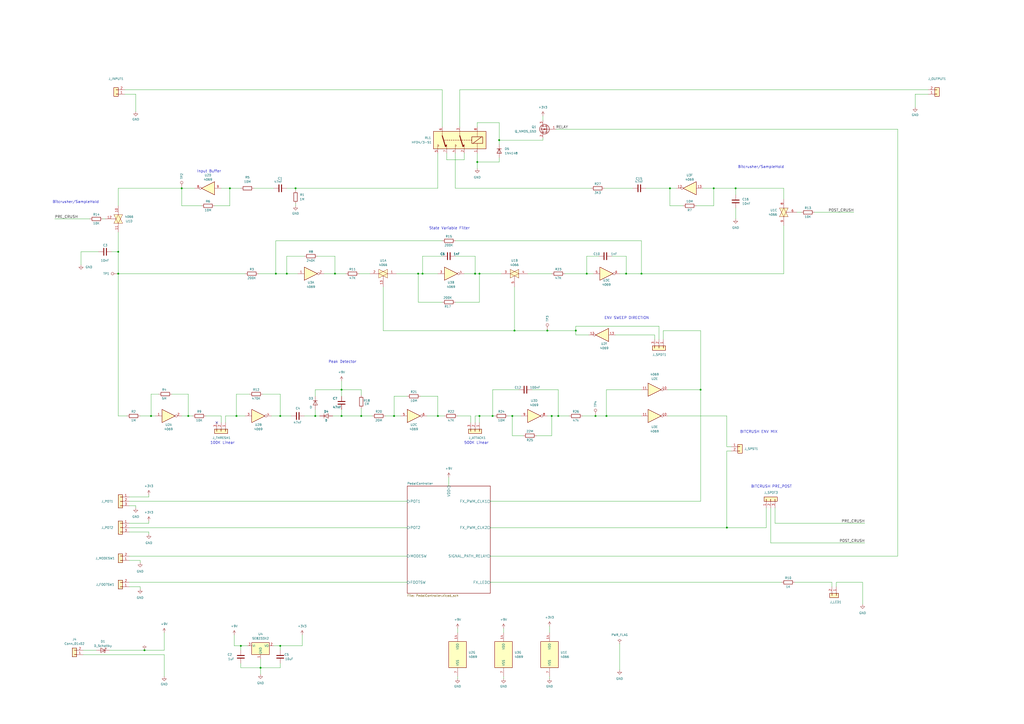
<source format=kicad_sch>
(kicad_sch (version 20211123) (generator eeschema)
  (paper "A2")
  (title_block (title "ENVELOPE THRESHER") (rev "R2") (comment 1 "4) Added Defibrilator mode (oscilator control)") (comment 2 "3) Added LO/HI bandwidth selecter") (comment 3 "2) Add low pass filter for EQ") (comment 4 "1) Added active filter for envelope attack"))
  (lib_symbols
    (symbol "4xxx:4066" (pin_names (offset 1.016))
      (property "Reference" "U" (at -7.62 8.89 0))
      (property "Value" "4066" (at -7.62 -8.89 0))
      (symbol "4066_1_0"
        (pin passive line (at -7.62 0 0) (length 5.08) (name "~") (number "1"))
        (pin input line (at 0 7.62 270) (length 5.08) (name "~") (number "13"))
        (pin passive line (at 7.62 0 180) (length 5.08) (name "~") (number "2"))
      )
      (symbol "4066_2_0"
        (pin passive line (at 7.62 0 180) (length 5.08) (name "~") (number "3"))
        (pin passive line (at -7.62 0 0) (length 5.08) (name "~") (number "4"))
        (pin input line (at 0 7.62 270) (length 5.08) (name "~") (number "5"))
      )
      (symbol "4066_3_0"
        (pin input line (at 0 7.62 270) (length 5.08) (name "~") (number "6"))
        (pin passive line (at -7.62 0 0) (length 5.08) (name "~") (number "8"))
        (pin passive line (at 7.62 0 180) (length 5.08) (name "~") (number "9"))
      )
      (symbol "4066_4_0"
        (pin passive line (at 7.62 0 180) (length 5.08) (name "~") (number "10"))
        (pin passive line (at -7.62 0 0) (length 5.08) (name "~") (number "11"))
        (pin input line (at 0 7.62 270) (length 5.08) (name "~") (number "12"))
      )
      (symbol "4066_5_0"
        (pin power_in line (at 0 12.7 270) (length 5.08) (name "VDD") (number "14"))
        (pin power_in line (at 0 -12.7 90) (length 5.08) (name "VSS") (number "7"))
      )
    )
    (symbol "4xxx:4069" (pin_names (offset 1.016))
      (property "Reference" "U" (at 0 1.27 0))
      (property "Value" "4069" (at 0 -1.27 0))
      (symbol "4069_1_0"
        (pin input line (at -7.62 0 0) (length 3.81) (name "~") (number "1"))
        (pin output inverted (at 7.62 0 180) (length 3.81) (name "~") (number "2"))
      )
      (symbol "4069_2_0"
        (pin input line (at -7.62 0 0) (length 3.81) (name "~") (number "3"))
        (pin output inverted (at 7.62 0 180) (length 3.81) (name "~") (number "4"))
      )
      (symbol "4069_3_0"
        (pin input line (at -7.62 0 0) (length 3.81) (name "~") (number "5"))
        (pin output inverted (at 7.62 0 180) (length 3.81) (name "~") (number "6"))
      )
      (symbol "4069_4_0"
        (pin output inverted (at 7.62 0 180) (length 3.81) (name "~") (number "8"))
        (pin input line (at -7.62 0 0) (length 3.81) (name "~") (number "9"))
      )
      (symbol "4069_5_0"
        (pin output inverted (at 7.62 0 180) (length 3.81) (name "~") (number "10"))
        (pin input line (at -7.62 0 0) (length 3.81) (name "~") (number "11"))
      )
      (symbol "4069_6_0"
        (pin output inverted (at 7.62 0 180) (length 3.81) (name "~") (number "12"))
        (pin input line (at -7.62 0 0) (length 3.81) (name "~") (number "13"))
      )
      (symbol "4069_7_0"
        (pin power_in line (at 0 12.7 270) (length 5.08) (name "VDD") (number "14"))
        (pin power_in line (at 0 -12.7 90) (length 5.08) (name "VSS") (number "7"))
      )
    )
    (symbol "Connector:TestPoint" (pin_numbers hide) (pin_names (offset 0.762) hide)
      (property "Reference" "TP" (at 0 6.858 0))
      (property "Value" "TestPoint" (at 0 5.08 0))
      (symbol "TestPoint_1_1"
        (pin passive line (at 0 0 90) (length 2.54) (name "1") (number "1"))
      )
    )
    (symbol "Connector_Generic:Conn_01x02" (pin_names (offset 1.016) hide)
      (property "Reference" "J" (at 0 2.54 0))
      (property "Value" "Conn_01x02" (at 0 -5.08 0))
      (symbol "Conn_01x02_1_1"
        (pin passive line (at -5.08 0 0) (length 3.81) (name "Pin_1") (number "1"))
        (pin passive line (at -5.08 -2.54 0) (length 3.81) (name "Pin_2") (number "2"))
      )
    )
    (symbol "Connector_Generic:Conn_01x03" (pin_names (offset 1.016) hide)
      (property "Reference" "J" (at 0 5.08 0))
      (property "Value" "Conn_01x03" (at 0 -5.08 0))
      (symbol "Conn_01x03_1_1"
        (pin passive line (at -5.08 2.54 0) (length 3.81) (name "Pin_1") (number "1"))
        (pin passive line (at -5.08 0 0) (length 3.81) (name "Pin_2") (number "2"))
        (pin passive line (at -5.08 -2.54 0) (length 3.81) (name "Pin_3") (number "3"))
      )
    )
    (symbol "Device:C" (pin_numbers hide) (pin_names (offset 0.254))
      (property "Reference" "C" (at 0.635 2.54 0))
      (property "Value" "C" (at 0.635 -2.54 0))
      (symbol "C_1_1"
        (pin passive line (at 0 3.81 270) (length 2.794) (name "~") (number "1"))
        (pin passive line (at 0 -3.81 90) (length 2.794) (name "~") (number "2"))
      )
    )
    (symbol "Device:D" (pin_numbers hide) (pin_names (offset 1.016) hide)
      (property "Reference" "D" (at 0 2.54 0))
      (property "Value" "D" (at 0 -2.54 0))
      (symbol "D_1_1"
        (pin passive line (at -3.81 0 0) (length 2.54) (name "K") (number "1"))
        (pin passive line (at 3.81 0 180) (length 2.54) (name "A") (number "2"))
      )
    )
    (symbol "Device:Q_NMOS_GSD" (pin_names (offset 0) hide)
      (property "Reference" "Q" (at 5.08 1.27 0))
      (property "Value" "Q_NMOS_GSD" (at 5.08 -1.27 0))
      (symbol "Q_NMOS_GSD_1_1"
        (pin input line (at -5.08 0 0) (length 2.54) (name "G") (number "1"))
        (pin passive line (at 2.54 -5.08 90) (length 2.54) (name "S") (number "2"))
        (pin passive line (at 2.54 5.08 270) (length 2.54) (name "D") (number "3"))
      )
    )
    (symbol "Device:R" (pin_numbers hide) (pin_names (offset 0))
      (property "Reference" "R" (at 2.032 0 90))
      (property "Value" "R" (at 0 0 90))
      (symbol "R_1_1"
        (pin passive line (at 0 3.81 270) (length 1.27) (name "~") (number "1"))
        (pin passive line (at 0 -3.81 90) (length 1.27) (name "~") (number "2"))
      )
    )
    (symbol "MXR_EnvelopeFilter-rescue:C" (pin_numbers hide) (pin_names (offset 0.254))
      (property "Reference" "C" (at 0.635 2.54 0))
      (property "Value" "C" (at 0.635 -2.54 0))
      (symbol "C_1_1"
        (pin passive line (at 0 3.81 270) (length 2.794) (name "~") (number "1"))
        (pin passive line (at 0 -3.81 90) (length 2.794) (name "~") (number "2"))
      )
    )
    (symbol "MXR_EnvelopeFilter-rescue:D" (pin_numbers hide) (pin_names (offset 1.016) hide)
      (property "Reference" "D" (at 0 2.54 0))
      (property "Value" "D" (at 0 -2.54 0))
      (symbol "D_1_1"
        (pin passive line (at -3.81 0 0) (length 2.54) (name "K") (number "1"))
        (pin passive line (at 3.81 0 180) (length 2.54) (name "A") (number "2"))
      )
    )
    (symbol "MXR_EnvelopeFilter-rescue:D_Schottky" (pin_numbers hide) (pin_names (offset 1.016) hide)
      (property "Reference" "D" (at 0 2.54 0))
      (property "Value" "D_Schottky" (at 0 -2.54 0))
      (symbol "D_Schottky_1_1"
        (pin passive line (at -3.81 0 0) (length 2.54) (name "K") (number "1"))
        (pin passive line (at 3.81 0 180) (length 2.54) (name "A") (number "2"))
      )
    )
    (symbol "MXR_EnvelopeFilter-rescue:R" (pin_numbers hide) (pin_names (offset 0))
      (property "Reference" "R" (at 2.032 0 90))
      (property "Value" "R" (at 0 0 90))
      (symbol "R_1_1"
        (pin passive line (at 0 3.81 270) (length 1.27) (name "~") (number "1"))
        (pin passive line (at 0 -3.81 90) (length 1.27) (name "~") (number "2"))
      )
    )
    (symbol "Regulator_Linear:MCP1700-3302E_SOT23" (pin_names (offset 0.254))
      (property "Reference" "U" (at -3.81 3.175 0))
      (property "Value" "MCP1700-3302E_SOT23" (at 0 3.175 0))
      (symbol "MCP1700-3302E_SOT23_1_1"
        (pin power_in line (at 0 -7.62 90) (length 2.54) (name "GND") (number "1"))
        (pin power_out line (at 7.62 0 180) (length 2.54) (name "VO") (number "2"))
        (pin power_in line (at -7.62 0 0) (length 2.54) (name "VI") (number "3"))
      )
    )
    (symbol "Relay:G2RL-2-ASI-DC5"
      (property "Reference" "RL" (at 16.51 3.81 0))
      (property "Value" "G2RL-2-ASI-DC5" (at 16.51 1.27 0))
      (symbol "G2RL-2-ASI-DC5_1_1"
        (pin passive line (at -10.16 7.62 270) (length 2.54) (name "~") (number "1"))
        (pin passive line (at -2.54 7.62 270) (length 2.54) (name "~") (number "2"))
        (pin passive line (at 0 -7.62 90) (length 2.54) (name "~") (number "3"))
        (pin passive line (at 2.54 7.62 270) (length 2.54) (name "~") (number "4"))
        (pin passive line (at 12.7 7.62 270) (length 2.54) (name "~") (number "5"))
        (pin passive line (at 10.16 -7.62 90) (length 2.54) (name "~") (number "6"))
        (pin passive line (at 7.62 7.62 270) (length 2.54) (name "~") (number "7"))
        (pin passive line (at -10.16 -7.62 90) (length 2.54) (name "~") (number "8"))
      )
    )
    (symbol "power:+3.3V" (power) (pin_names (offset 0))
      (property "Value" "+3.3V" (at 0 3.556 0))
      (symbol "+3.3V_1_1"
        (pin power_in line (at 0 0 90) (length 0) hide (name "+3V3") (number "1"))
      )
    )
    (symbol "power:+9V" (power) (pin_names (offset 0))
      (property "Value" "+9V" (at 0 3.556 0))
      (symbol "+9V_1_1"
        (pin power_in line (at 0 0 90) (length 0) hide (name "+9V") (number "1"))
      )
    )
    (symbol "power:GND" (power) (pin_names (offset 0))
      (property "Value" "GND" (at 0 -3.81 0))
      (symbol "GND_1_1"
        (pin power_in line (at 0 0 270) (length 0) hide (name "GND") (number "1"))
      )
    )
    (symbol "power:PWR_FLAG" (power) (pin_numbers hide) (pin_names (offset 0) hide)
      (property "Value" "PWR_FLAG" (at 0 3.81 0))
      (symbol "PWR_FLAG_0_0"
        (pin power_out line (at 0 0 90) (length 0) (name "pwr") (number "1"))
      )
    )
  )
  (junction (at 289.56 81.28))
  (junction (at 105.41 109.22))
  (junction (at 276.86 93.98))
  (junction (at 198.12 226.06))
  (junction (at 421.64 306.07))
  (junction (at 133.35 109.22))
  (junction (at 278.13 241.3))
  (junction (at 68.58 146.05))
  (junction (at 87.63 241.3))
  (junction (at 351.79 241.3))
  (junction (at 198.12 241.3))
  (junction (at 345.44 241.3))
  (junction (at 320.04 241.3))
  (junction (at 245.11 158.75))
  (junction (at 340.36 158.75))
  (junction (at 182.88 241.3))
  (junction (at 228.6 241.3))
  (junction (at 426.72 109.22))
  (junction (at 388.62 109.22))
  (junction (at 372.11 158.75))
  (junction (at 171.45 109.22))
  (junction (at 242.57 158.75))
  (junction (at 298.45 191.77))
  (junction (at 162.56 241.3))
  (junction (at 160.02 158.75))
  (junction (at 194.31 158.75))
  (junction (at 151.13 387.35))
  (junction (at 209.55 241.3))
  (junction (at 166.37 158.75))
  (junction (at 414.02 109.22))
  (junction (at 406.4 226.06))
  (junction (at 297.18 241.3))
  (junction (at 137.16 241.3))
  (junction (at 323.85 241.3))
  (junction (at 83.82 377.19))
  (junction (at 363.22 158.75))
  (junction (at 317.5 191.77))
  (junction (at 278.13 158.75))
  (junction (at 275.59 158.75))
  (junction (at 109.22 241.3))
  (junction (at 139.7 374.65))
  (junction (at 334.01 191.77))
  (junction (at 254 241.3))
  (junction (at 285.75 241.3))
  (junction (at 162.56 374.65))
  (junction (at 68.58 158.75))
  (no_connect (at 125.73 245.11))
  (wire (pts (xy 86.36 302.26) (xy 86.36 303.53)))
  (wire (pts (xy 81.28 325.12) (xy 81.28 326.39)))
  (wire (pts (xy 354.965 148.59) (xy 363.22 148.59)))
  (wire (pts (xy 139.7 374.65) (xy 135.89 374.65)))
  (wire (pts (xy 162.56 241.3) (xy 168.91 241.3)))
  (wire (pts (xy 87.63 228.6) (xy 92.075 228.6)))
  (wire (pts (xy 447.04 314.96) (xy 501.65 314.96)))
  (wire (pts (xy 48.26 377.19) (xy 55.88 377.19)))
  (wire (pts (xy 337.82 241.3) (xy 345.44 241.3)))
  (wire (pts (xy 187.96 158.75) (xy 194.31 158.75)))
  (wire (pts (xy 289.56 83.82) (xy 289.56 81.28)))
  (wire (pts (xy 74.93 322.58) (xy 236.22 322.58)))
  (wire (pts (xy 245.11 148.59) (xy 256.54 148.59)))
  (wire (pts (xy 223.52 241.3) (xy 228.6 241.3)))
  (wire (pts (xy 222.25 191.77) (xy 298.45 191.77)))
  (wire (pts (xy 322.58 74.93) (xy 520.7 74.93)))
  (wire (pts (xy 209.55 226.06) (xy 209.55 229.235)))
  (wire (pts (xy 68.58 146.05) (xy 64.77 146.05)))
  (wire (pts (xy 209.55 241.3) (xy 215.9 241.3)))
  (wire (pts (xy 228.6 241.3) (xy 232.41 241.3)))
  (wire (pts (xy 482.6 337.82) (xy 482.6 340.36)))
  (wire (pts (xy 314.96 80.01) (xy 314.96 81.28)))
  (wire (pts (xy 229.87 158.75) (xy 242.57 158.75)))
  (wire (pts (xy 276.86 88.9) (xy 276.86 93.98)))
  (wire (pts (xy 74.93 303.53) (xy 86.36 303.53)))
  (wire (pts (xy 86.36 287.02) (xy 86.36 288.29)))
  (wire (pts (xy 318.77 367.03) (xy 318.77 363.22)))
  (wire (pts (xy 363.22 158.75) (xy 372.11 158.75)))
  (wire (pts (xy 289.56 81.28) (xy 289.56 71.12)))
  (wire (pts (xy 285.75 241.3) (xy 285.75 226.06)))
  (wire (pts (xy 396.24 119.38) (xy 388.62 119.38)))
  (wire (pts (xy 294.64 241.3) (xy 297.18 241.3)))
  (wire (pts (xy 421.64 306.07) (xy 444.5 306.07)))
  (wire (pts (xy 407.67 109.22) (xy 414.02 109.22)))
  (wire (pts (xy 171.45 109.22) (xy 166.37 109.22)))
  (wire (pts (xy 109.22 241.3) (xy 111.76 241.3)))
  (wire (pts (xy 78.74 293.37) (xy 78.74 294.64)))
  (wire (pts (xy 406.4 191.77) (xy 406.4 226.06)))
  (wire (pts (xy 74.93 308.61) (xy 86.36 308.61)))
  (wire (pts (xy 162.56 374.65) (xy 162.56 377.19)))
  (wire (pts (xy 256.54 175.26) (xy 242.57 175.26)))
  (wire (pts (xy 372.11 158.75) (xy 454.66 158.75)))
  (wire (pts (xy 374.65 109.22) (xy 388.62 109.22)))
  (wire (pts (xy 247.65 241.3) (xy 254 241.3)))
  (wire (pts (xy 160.02 158.75) (xy 166.37 158.75)))
  (wire (pts (xy 166.37 148.59) (xy 166.37 158.75)))
  (wire (pts (xy 320.04 252.73) (xy 320.04 241.3)))
  (wire (pts (xy 424.18 259.08) (xy 421.64 259.08)))
  (wire (pts (xy 151.13 387.35) (xy 162.56 387.35)))
  (wire (pts (xy 351.79 226.06) (xy 372.11 226.06)))
  (wire (pts (xy 388.62 119.38) (xy 388.62 109.22)))
  (wire (pts (xy 254 241.3) (xy 254 229.87)))
  (wire (pts (xy 297.18 241.3) (xy 297.18 252.73)))
  (wire (pts (xy 284.48 306.07) (xy 421.64 306.07)))
  (wire (pts (xy 254 88.9) (xy 254 109.22)))
  (wire (pts (xy 292.1 364.49) (xy 292.1 367.03)))
  (wire (pts (xy 144.78 228.6) (xy 137.16 228.6)))
  (wire (pts (xy 116.84 119.38) (xy 105.41 119.38)))
  (wire (pts (xy 318.77 392.43) (xy 318.77 393.7)))
  (wire (pts (xy 198.12 241.3) (xy 209.55 241.3)))
  (wire (pts (xy 74.93 337.82) (xy 236.22 337.82)))
  (wire (pts (xy 74.93 288.29) (xy 86.36 288.29)))
  (wire (pts (xy 363.22 148.59) (xy 363.22 158.75)))
  (wire (pts (xy 68.58 158.75) (xy 142.24 158.75)))
  (wire (pts (xy 317.5 191.77) (xy 334.01 191.77)))
  (wire (pts (xy 426.72 109.22) (xy 426.72 113.03)))
  (wire (pts (xy 367.03 109.22) (xy 350.52 109.22)))
  (wire (pts (xy 495.3 123.19) (xy 472.44 123.19)))
  (wire (pts (xy 406.4 226.06) (xy 406.4 290.83)))
  (wire (pts (xy 266.7 52.07) (xy 266.7 73.66)))
  (wire (pts (xy 334.01 189.23) (xy 334.01 191.77)))
  (wire (pts (xy 135.89 368.3) (xy 135.89 374.65)))
  (wire (pts (xy 254 241.3) (xy 257.81 241.3)))
  (wire (pts (xy 133.35 119.38) (xy 133.35 109.22)))
  (wire (pts (xy 95.25 367.03) (xy 95.25 377.19)))
  (wire (pts (xy 171.45 110.49) (xy 171.45 109.22)))
  (wire (pts (xy 176.53 241.3) (xy 182.88 241.3)))
  (wire (pts (xy 485.14 337.82) (xy 500.38 337.82)))
  (wire (pts (xy 323.85 241.3) (xy 330.2 241.3)))
  (wire (pts (xy 403.86 119.38) (xy 414.02 119.38)))
  (wire (pts (xy 323.85 226.06) (xy 308.61 226.06)))
  (wire (pts (xy 372.11 139.7) (xy 372.11 158.75)))
  (wire (pts (xy 166.37 148.59) (xy 176.53 148.59)))
  (wire (pts (xy 289.56 91.44) (xy 289.56 93.98)))
  (wire (pts (xy 182.88 241.3) (xy 185.42 241.3)))
  (wire (pts (xy 72.39 52.07) (xy 256.54 52.07)))
  (wire (pts (xy 359.41 158.75) (xy 363.22 158.75)))
  (wire (pts (xy 139.7 384.81) (xy 139.7 387.35)))
  (wire (pts (xy 130.81 245.11) (xy 130.81 241.3)))
  (wire (pts (xy 275.59 158.75) (xy 278.13 158.75)))
  (wire (pts (xy 314.96 67.31) (xy 314.96 69.85)))
  (wire (pts (xy 149.86 158.75) (xy 160.02 158.75)))
  (wire (pts (xy 500.38 337.82) (xy 500.38 350.52)))
  (wire (pts (xy 198.12 226.06) (xy 198.12 220.98)))
  (wire (pts (xy 340.36 158.75) (xy 344.17 158.75)))
  (wire (pts (xy 243.84 229.87) (xy 254 229.87)))
  (wire (pts (xy 259.08 92.71) (xy 269.24 92.71)))
  (wire (pts (xy 278.13 241.3) (xy 278.13 245.11)))
  (wire (pts (xy 520.7 74.93) (xy 520.7 322.58)))
  (wire (pts (xy 530.86 54.61) (xy 530.86 62.23)))
  (wire (pts (xy 264.16 109.22) (xy 342.9 109.22)))
  (wire (pts (xy 297.18 241.3) (xy 302.26 241.3)))
  (wire (pts (xy 454.66 109.22) (xy 454.66 115.57)))
  (wire (pts (xy 113.03 109.22) (xy 105.41 109.22)))
  (wire (pts (xy 424.18 261.62) (xy 421.64 261.62)))
  (wire (pts (xy 334.01 189.23) (xy 382.27 189.23)))
  (wire (pts (xy 137.16 241.3) (xy 142.24 241.3)))
  (wire (pts (xy 162.56 374.65) (xy 158.75 374.65)))
  (wire (pts (xy 265.43 364.49) (xy 265.43 367.03)))
  (wire (pts (xy 133.35 109.22) (xy 128.27 109.22)))
  (wire (pts (xy 171.45 118.11) (xy 171.45 119.38)))
  (wire (pts (xy 162.56 228.6) (xy 162.56 241.3)))
  (wire (pts (xy 198.12 226.06) (xy 198.12 229.87)))
  (wire (pts (xy 74.93 325.12) (xy 81.28 325.12)))
  (wire (pts (xy 46.99 153.67) (xy 46.99 146.05)))
  (wire (pts (xy 109.22 228.6) (xy 99.695 228.6)))
  (wire (pts (xy 74.93 290.83) (xy 236.22 290.83)))
  (wire (pts (xy 194.31 158.75) (xy 200.66 158.75)))
  (wire (pts (xy 276.86 71.12) (xy 276.86 73.66)))
  (wire (pts (xy 245.11 158.75) (xy 254 158.75)))
  (wire (pts (xy 298.45 191.77) (xy 317.5 191.77)))
  (wire (pts (xy 461.01 337.82) (xy 482.6 337.82)))
  (wire (pts (xy 449.58 294.64) (xy 449.58 303.53)))
  (wire (pts (xy 387.35 241.3) (xy 421.64 241.3)))
  (wire (pts (xy 298.45 166.37) (xy 298.45 191.77)))
  (wire (pts (xy 414.02 109.22) (xy 426.72 109.22)))
  (wire (pts (xy 306.07 158.75) (xy 320.04 158.75)))
  (wire (pts (xy 340.36 158.75) (xy 340.36 148.59)))
  (wire (pts (xy 182.88 226.06) (xy 198.12 226.06)))
  (wire (pts (xy 182.88 226.06) (xy 182.88 229.87)))
  (wire (pts (xy 87.63 241.3) (xy 90.17 241.3)))
  (wire (pts (xy 151.13 387.35) (xy 151.13 391.16)))
  (wire (pts (xy 222.25 166.37) (xy 222.25 191.77)))
  (wire (pts (xy 359.41 373.38) (xy 359.41 388.62)))
  (wire (pts (xy 421.64 261.62) (xy 421.64 306.07)))
  (wire (pts (xy 171.45 109.22) (xy 254 109.22)))
  (wire (pts (xy 95.25 392.43) (xy 95.25 379.73)))
  (wire (pts (xy 464.82 123.19) (xy 462.28 123.19)))
  (wire (pts (xy 198.12 237.49) (xy 198.12 241.3)))
  (wire (pts (xy 426.72 120.65) (xy 426.72 127)))
  (wire (pts (xy 152.4 228.6) (xy 162.56 228.6)))
  (wire (pts (xy 379.73 196.85) (xy 379.73 194.31)))
  (wire (pts (xy 387.35 226.06) (xy 406.4 226.06)))
  (wire (pts (xy 345.44 241.3) (xy 351.79 241.3)))
  (wire (pts (xy 289.56 71.12) (xy 276.86 71.12)))
  (wire (pts (xy 334.01 194.31) (xy 334.01 191.77)))
  (wire (pts (xy 194.31 148.59) (xy 194.31 158.75)))
  (wire (pts (xy 119.38 241.3) (xy 128.27 241.3)))
  (wire (pts (xy 278.13 175.26) (xy 264.16 175.26)))
  (wire (pts (xy 68.58 109.22) (xy 105.41 109.22)))
  (wire (pts (xy 46.99 146.05) (xy 57.15 146.05)))
  (wire (pts (xy 105.41 119.38) (xy 105.41 109.22)))
  (wire (pts (xy 382.27 196.85) (xy 382.27 189.23)))
  (wire (pts (xy 269.24 88.9) (xy 269.24 92.71)))
  (wire (pts (xy 128.27 241.3) (xy 128.27 245.11)))
  (wire (pts (xy 68.58 146.05) (xy 68.58 158.75)))
  (wire (pts (xy 351.79 226.06) (xy 351.79 241.3)))
  (wire (pts (xy 285.75 241.3) (xy 287.02 241.3)))
  (wire (pts (xy 63.5 377.19) (xy 83.82 377.19)))
  (wire (pts (xy 208.28 158.75) (xy 214.63 158.75)))
  (wire (pts (xy 275.59 148.59) (xy 275.59 158.75)))
  (wire (pts (xy 278.13 241.3) (xy 285.75 241.3)))
  (wire (pts (xy 87.63 241.3) (xy 87.63 228.6)))
  (wire (pts (xy 276.86 93.98) (xy 276.86 97.79)))
  (wire (pts (xy 175.26 368.3) (xy 175.26 374.65)))
  (wire (pts (xy 292.1 392.43) (xy 292.1 393.7)))
  (wire (pts (xy 259.08 88.9) (xy 259.08 92.71)))
  (wire (pts (xy 198.12 226.06) (xy 209.55 226.06)))
  (wire (pts (xy 317.5 241.3) (xy 320.04 241.3)))
  (wire (pts (xy 384.81 191.77) (xy 406.4 191.77)))
  (wire (pts (xy 327.66 158.75) (xy 340.36 158.75)))
  (wire (pts (xy 72.39 54.61) (xy 78.74 54.61)))
  (wire (pts (xy 278.13 158.75) (xy 278.13 175.26)))
  (wire (pts (xy 444.5 306.07) (xy 444.5 294.64)))
  (wire (pts (xy 160.02 139.7) (xy 256.54 139.7)))
  (wire (pts (xy 265.43 392.43) (xy 265.43 393.7)))
  (wire (pts (xy 139.7 374.65) (xy 139.7 377.19)))
  (wire (pts (xy 86.36 308.61) (xy 86.36 309.88)))
  (wire (pts (xy 275.59 241.3) (xy 278.13 241.3)))
  (wire (pts (xy 245.11 158.75) (xy 245.11 148.59)))
  (wire (pts (xy 256.54 52.07) (xy 256.54 73.66)))
  (wire (pts (xy 74.93 293.37) (xy 78.74 293.37)))
  (wire (pts (xy 209.55 241.3) (xy 209.55 236.855)))
  (wire (pts (xy 275.59 158.75) (xy 275.59 159.385)))
  (wire (pts (xy 160.02 139.7) (xy 160.02 158.75)))
  (wire (pts (xy 105.41 241.3) (xy 109.22 241.3)))
  (wire (pts (xy 340.36 148.59) (xy 347.345 148.59)))
  (wire (pts (xy 297.18 252.73) (xy 303.53 252.73)))
  (wire (pts (xy 414.02 119.38) (xy 414.02 109.22)))
  (wire (pts (xy 151.13 382.27) (xy 151.13 387.35)))
  (wire (pts (xy 162.56 384.81) (xy 162.56 387.35)))
  (wire (pts (xy 275.59 245.11) (xy 275.59 241.3)))
  (wire (pts (xy 242.57 158.75) (xy 245.11 158.75)))
  (wire (pts (xy 157.48 241.3) (xy 162.56 241.3)))
  (wire (pts (xy 284.48 322.58) (xy 520.7 322.58)))
  (wire (pts (xy 81.28 340.36) (xy 81.28 341.63)))
  (wire (pts (xy 74.93 306.07) (xy 236.22 306.07)))
  (wire (pts (xy 78.74 54.61) (xy 78.74 64.77)))
  (wire (pts (xy 289.56 81.28) (xy 314.96 81.28)))
  (wire (pts (xy 341.63 194.31) (xy 334.01 194.31)))
  (wire (pts (xy 137.16 228.6) (xy 137.16 241.3)))
  (wire (pts (xy 285.75 226.06) (xy 300.99 226.06)))
  (wire (pts (xy 158.75 109.22) (xy 147.32 109.22)))
  (wire (pts (xy 68.58 241.3) (xy 73.66 241.3)))
  (wire (pts (xy 449.58 303.53) (xy 501.65 303.53)))
  (wire (pts (xy 228.6 241.3) (xy 228.6 229.87)))
  (wire (pts (xy 130.81 241.3) (xy 137.16 241.3)))
  (wire (pts (xy 166.37 158.75) (xy 172.72 158.75)))
  (wire (pts (xy 68.58 109.22) (xy 68.58 119.38)))
  (wire (pts (xy 260.35 276.86) (xy 260.35 281.94)))
  (wire (pts (xy 538.48 54.61) (xy 530.86 54.61)))
  (wire (pts (xy 264.16 88.9) (xy 264.16 109.22)))
  (wire (pts (xy 284.48 337.82) (xy 453.39 337.82)))
  (wire (pts (xy 95.25 379.73) (xy 48.26 379.73)))
  (wire (pts (xy 68.58 158.75) (xy 68.58 241.3)))
  (wire (pts (xy 320.04 241.3) (xy 323.85 241.3)))
  (wire (pts (xy 265.43 241.3) (xy 273.05 241.3)))
  (wire (pts (xy 384.81 196.85) (xy 384.81 191.77)))
  (wire (pts (xy 278.13 158.75) (xy 290.83 158.75)))
  (wire (pts (xy 356.87 194.31) (xy 379.73 194.31)))
  (wire (pts (xy 139.7 387.35) (xy 151.13 387.35)))
  (wire (pts (xy 228.6 229.87) (xy 236.22 229.87)))
  (wire (pts (xy 182.88 237.49) (xy 182.88 241.3)))
  (wire (pts (xy 109.22 241.3) (xy 109.22 228.6)))
  (wire (pts (xy 447.04 294.64) (xy 447.04 314.96)))
  (wire (pts (xy 426.72 109.22) (xy 454.66 109.22)))
  (wire (pts (xy 193.04 241.3) (xy 198.12 241.3)))
  (wire (pts (xy 31.75 127) (xy 52.07 127)))
  (wire (pts (xy 59.69 127) (xy 60.96 127)))
  (wire (pts (xy 68.58 134.62) (xy 68.58 146.05)))
  (wire (pts (xy 485.14 340.36) (xy 485.14 337.82)))
  (wire (pts (xy 388.62 109.22) (xy 392.43 109.22)))
  (wire (pts (xy 264.16 139.7) (xy 372.11 139.7)))
  (wire (pts (xy 351.79 241.3) (xy 372.11 241.3)))
  (wire (pts (xy 184.15 148.59) (xy 194.31 148.59)))
  (wire (pts (xy 276.86 93.98) (xy 289.56 93.98)))
  (wire (pts (xy 81.28 241.3) (xy 87.63 241.3)))
  (wire (pts (xy 139.7 109.22) (xy 133.35 109.22)))
  (wire (pts (xy 74.93 340.36) (xy 81.28 340.36)))
  (wire (pts (xy 273.05 245.11) (xy 273.05 241.3)))
  (wire (pts (xy 124.46 119.38) (xy 133.35 119.38)))
  (wire (pts (xy 162.56 374.65) (xy 175.26 374.65)))
  (wire (pts (xy 421.64 241.3) (xy 421.64 259.08)))
  (wire (pts (xy 242.57 158.75) (xy 242.57 175.26)))
  (wire (pts (xy 266.7 52.07) (xy 538.48 52.07)))
  (wire (pts (xy 264.16 148.59) (xy 275.59 148.59)))
  (wire (pts (xy 454.66 130.81) (xy 454.66 158.75)))
  (wire (pts (xy 143.51 374.65) (xy 139.7 374.65)))
  (wire (pts (xy 284.48 290.83) (xy 406.4 290.83)))
  (wire (pts (xy 83.82 377.19) (xy 95.25 377.19)))
  (wire (pts (xy 323.85 226.06) (xy 323.85 241.3)))
  (wire (pts (xy 269.24 158.75) (xy 275.59 158.75)))
  (wire (pts (xy 311.15 252.73) (xy 320.04 252.73)))
  (text "Bitcrusher/SampleHold" (at 427.99 97.79 0) (effects (font (size 1.524 1.524)) (justify left bottom)))
  (text "100K Linear" (at 121.92 257.81 0) (effects (font (size 1.524 1.524)) (justify left bottom)))
  (text "Peak Detector" (at 190.5 210.82 0) (effects (font (size 1.524 1.524)) (justify left bottom)))
  (text "BITCRUSH ENV MIX" (at 429.26 251.46 0) (effects (font (size 1.524 1.524)) (justify left bottom)))
  (text "500K Linear" (at 269.24 257.81 0) (effects (font (size 1.524 1.524)) (justify left bottom)))
  (text "BITCRUSH PRE_POST" (at 435.61 283.21 0) (effects (font (size 1.524 1.524)) (justify left bottom)))
  (text "ENV SWEEP DIRECTION" (at 350.52 185.42 0) (effects (font (size 1.524 1.524)) (justify left bottom)))
  (text "Input Buffer" (at 114.3 100.33 0) (effects (font (size 1.524 1.524)) (justify left bottom)))
  (text "Bitcrusher/SampleHold" (at 30.48 118.11 0) (effects (font (size 1.524 1.524)) (justify left bottom)))
  (text "State Variable Filter" (at 248.92 133.35 0) (effects (font (size 1.524 1.524)) (justify left bottom)))
  (label "PRE_CRUSH" (at 501.65 303.53 180) (effects (font (size 1.524 1.524))))
  (label "PRE_CRUSH" (at 31.75 127 0) (effects (font (size 1.524 1.524))))
  (label "POST_CRUSH" (at 495.3 123.19 180) (effects (font (size 1.524 1.524))))
  (label "POST_CRUSH" (at 501.65 314.96 180) (effects (font (size 1.524 1.524))))
  (label "RELAY" (at 322.58 74.93 0) (effects (font (size 1.524 1.524))))
  (symbol (lib_id "MXR_EnvelopeFilter-rescue:C") (at 162.56 109.22 90) (mirror x) (unit 1)
    (property "Reference" "C1" (at 163.83 103.505 90) (effects (justify left)))
    (property "Value" "47nF" (at 163.83 105.41 90) (effects (justify left)))
  )
  (symbol (lib_id "MXR_EnvelopeFilter-rescue:R") (at 146.05 158.75 270) (unit 1)
    (property "Reference" "R3" (at 146.05 156.21 90))
    (property "Value" "200K" (at 146.05 161.29 90))
  )
  (symbol (lib_id "MXR_EnvelopeFilter-rescue:R") (at 180.34 148.59 270) (unit 1)
    (property "Reference" "R8" (at 180.34 146.05 90))
    (property "Value" "240K" (at 180.34 151.13 90))
  )
  (symbol (lib_id "MXR_EnvelopeFilter-rescue:R") (at 204.47 158.75 270) (unit 1)
    (property "Reference" "R11" (at 204.47 156.21 90))
    (property "Value" "47K" (at 204.47 161.29 90))
  )
  (symbol (lib_id "MXR_EnvelopeFilter-rescue:R") (at 323.85 158.75 270) (unit 1)
    (property "Reference" "R23" (at 323.85 156.21 90))
    (property "Value" "47K" (at 323.85 161.29 90))
  )
  (symbol (lib_id "MXR_EnvelopeFilter-rescue:C") (at 351.155 148.59 270) (unit 1)
    (property "Reference" "C10" (at 344.17 147.32 90) (effects (justify left)))
    (property "Value" "1nF" (at 354.33 147.32 90) (effects (justify left)))
  )
  (symbol (lib_id "MXR_EnvelopeFilter-rescue:C") (at 370.84 109.22 90) (mirror x) (unit 1)
    (property "Reference" "C15" (at 372.618 103.632 90) (effects (justify left)))
    (property "Value" "47nF" (at 373.126 105.41 90) (effects (justify left)))
  )
  (symbol (lib_id "MXR_EnvelopeFilter-rescue:R") (at 346.71 109.22 90) (mirror x) (unit 1)
    (property "Reference" "R27" (at 346.71 106.68 90))
    (property "Value" "3K3" (at 346.71 111.76 90))
  )
  (symbol (lib_id "MXR_EnvelopeFilter-rescue:R") (at 77.47 241.3 270) (unit 1)
    (property "Reference" "R2" (at 77.47 238.76 90))
    (property "Value" "1M" (at 77.47 243.84 90))
  )
  (symbol (lib_id "MXR_EnvelopeFilter-rescue:R") (at 115.57 241.3 270) (unit 1)
    (property "Reference" "R9" (at 115.57 238.76 90))
    (property "Value" "10K" (at 115.57 243.84 90))
  )
  (symbol (lib_id "MXR_EnvelopeFilter-rescue:R") (at 95.885 228.6 270) (unit 1)
    (property "Reference" "R4" (at 95.25 226.06 90))
    (property "Value" "5M" (at 95.25 231.14 90))
  )
  (symbol (lib_id "MXR_EnvelopeFilter-rescue:R") (at 148.59 228.6 270) (unit 1)
    (property "Reference" "R12" (at 148.59 226.06 90))
    (property "Value" "470K" (at 148.59 231.14 90))
  )
  (symbol (lib_id "MXR_EnvelopeFilter-rescue:C") (at 172.72 241.3 270) (unit 1)
    (property "Reference" "C4" (at 171.45 236.855 90) (effects (justify left)))
    (property "Value" "47nF" (at 170.18 245.11 90) (effects (justify left)))
  )
  (symbol (lib_id "MXR_EnvelopeFilter-rescue:D") (at 182.88 233.68 270) (unit 1)
    (property "Reference" "D3" (at 180.34 231.14 90))
    (property "Value" "D" (at 180.34 236.22 90))
  )
  (symbol (lib_id "MXR_EnvelopeFilter-rescue:D") (at 189.23 241.3 0) (unit 1)
    (property "Reference" "D4" (at 189.23 238.76 0))
    (property "Value" "D" (at 189.23 243.84 0))
  )
  (symbol (lib_id "MXR_EnvelopeFilter-rescue:C") (at 198.12 233.68 0) (unit 1)
    (property "Reference" "C7" (at 193.04 231.14 0) (effects (justify left)))
    (property "Value" "47nF" (at 193.04 236.22 0) (effects (justify left)))
  )
  (symbol (lib_id "MXR_EnvelopeFilter-rescue:R") (at 209.55 233.045 0) (unit 1)
    (property "Reference" "R18" (at 212.725 232.41 0))
    (property "Value" "1M" (at 212.725 234.315 0))
  )
  (symbol (lib_id "MXR_EnvelopeFilter-rescue:R") (at 219.71 241.3 270) (unit 1)
    (property "Reference" "R20" (at 219.71 238.76 90))
    (property "Value" "20M" (at 219.71 243.84 90))
  )
  (symbol (lib_id "MXR_EnvelopeFilter-rescue:R") (at 240.03 229.87 270) (unit 1)
    (property "Reference" "R21" (at 240.03 227.33 90))
    (property "Value" "10M" (at 240.03 232.41 90))
  )
  (symbol (lib_id "MXR_EnvelopeFilter-rescue:R") (at 261.62 241.3 90) (unit 1)
    (property "Reference" "R22" (at 261.62 238.76 90))
    (property "Value" "47K" (at 261.62 243.84 90))
  )
  (symbol (lib_id "MXR_EnvelopeFilter-rescue:R") (at 290.83 241.3 270) (unit 1)
    (property "Reference" "R24" (at 290.83 238.76 90))
    (property "Value" "10M" (at 290.83 243.84 90))
  )
  (symbol (lib_id "MXR_EnvelopeFilter-rescue:R") (at 307.34 252.73 270) (mirror x) (unit 1)
    (property "Reference" "R25" (at 307.34 255.27 90))
    (property "Value" "22M" (at 307.34 250.19 90))
  )
  (symbol (lib_id "MXR_EnvelopeFilter-rescue:C") (at 304.8 226.06 270) (unit 1)
    (property "Reference" "C12" (at 298.45 224.79 90) (effects (justify left)))
    (property "Value" "100nF" (at 307.34 224.79 90) (effects (justify left)))
  )
  (symbol (lib_id "MXR_EnvelopeFilter-rescue:R") (at 334.01 241.3 270) (unit 1)
    (property "Reference" "R26" (at 334.01 238.76 90))
    (property "Value" "47k" (at 334.01 243.84 90))
  )
  (symbol (lib_id "MXR_EnvelopeFilter-rescue:R") (at 260.35 139.7 270) (unit 1)
    (property "Reference" "R15" (at 260.35 137.16 90))
    (property "Value" "200K" (at 260.35 142.24 90))
  )
  (symbol (lib_id "MXR_EnvelopeFilter-rescue:R") (at 260.35 175.26 270) (mirror x) (unit 1)
    (property "Reference" "R17" (at 259.715 177.8 90))
    (property "Value" "200K" (at 259.715 172.72 90))
  )
  (symbol (lib_id "MXR_EnvelopeFilter-rescue:D_Schottky") (at 59.69 377.19 0) (mirror y) (unit 1)
    (property "Reference" "D1" (at 59.69 372.11 0))
    (property "Value" "D_Schottky" (at 59.69 374.65 0))
  )
  (symbol (lib_id "MXR_EnvelopeFilter-rescue:C") (at 260.35 148.59 270) (unit 1)
    (property "Reference" "C6" (at 255.27 147.32 90) (effects (font bold) (justify left)))
    (property "Value" "1nF" (at 262.89 147.32 90) (effects (font bold) (justify left)))
  )
  (symbol (lib_id "MXR_EnvelopeFilter-rescue:R") (at 457.2 337.82 270) (unit 1)
    (property "Reference" "R10" (at 457.2 335.28 90))
    (property "Value" "1K" (at 457.2 340.36 90))
  )
  (symbol (lib_id "MXR_EnvelopeFilter-rescue:R") (at 171.45 114.3 0) (mirror y) (unit 1)
    (property "Reference" "R1" (at 175.26 113.03 0))
    (property "Value" "1M" (at 175.26 115.57 0))
  )
  (symbol (lib_id "4xxx:4069") (at 97.79 241.3 0) (unit 1)
    (property "Reference" "U2" (at 97.79 246.38 0))
    (property "Value" "4069" (at 97.79 248.92 0))
    (property "Datasheet" "http://www.intersil.com/content/dam/Intersil/documents/cd40/cd4069ubms.pdf" (effects hide))
  )
  (symbol (lib_id "Device:R") (at 120.65 119.38 270) (unit 1)
    (property "Reference" "R6" (at 120.65 116.84 90))
    (property "Value" "10M" (at 120.65 121.92 90))
  )
  (symbol (lib_id "power:GND") (at 426.72 127 0) (unit 1)
    (property "Reference" "#PWR029" (effects hide))
    (property "Value" "GND" (at 426.72 132.08 0))
  )
  (symbol (lib_id "Device:C") (at 162.56 381 0) (mirror x) (unit 1)
    (property "Reference" "C5" (at 167.64 379.73 0) (effects (justify right)))
    (property "Value" "10uF" (at 170.18 382.27 0) (effects (justify right)))
    (property "Footprint" "Capacitor_SMD:C_0805_2012Metric_Pad1.18x1.45mm_HandSolder" (effects hide))
  )
  (symbol (lib_id "4xxx:4066") (at 222.25 158.75 180) (unit 1)
    (property "Reference" "U1" (at 222.25 151.13 0))
    (property "Value" "4066" (at 222.25 153.67 0))
    (property "Datasheet" "http://www.ti.com/lit/ds/symlink/cd4066b.pdf" (effects hide))
  )
  (symbol (lib_id "Device:R") (at 468.63 123.19 270) (mirror x) (unit 1)
    (property "Reference" "R13" (at 468.63 120.65 90))
    (property "Value" "10K" (at 468.63 125.73 90))
  )
  (symbol (lib_id "4xxx:4069") (at 292.1 379.73 0) (unit 7)
    (property "Reference" "U3" (at 298.45 378.4599 0) (effects (justify left)))
    (property "Value" "4069" (at 298.45 380.9999 0) (effects (justify left)))
    (property "Datasheet" "http://www.intersil.com/content/dam/Intersil/documents/cd40/cd4069ubms.pdf" (effects hide))
  )
  (symbol (lib_id "Connector_Generic:Conn_01x02") (at 429.26 259.08 0) (unit 1)
    (property "Reference" "J_SPST1" (at 431.8 260.3499 0) (effects (justify left)))
    (property "Value" "Conn_01x02" (effects hide))
  )
  (symbol (lib_id "Regulator_Linear:MCP1700-3302E_SOT23") (at 151.13 374.65 0) (unit 1)
    (property "Reference" "U4" (at 151.13 367.792 0))
    (property "Value" "SE8233X2" (at 151.13 370.332 0))
    (property "Footprint" "Package_TO_SOT_SMD:SOT-23" (effects hide))
    (property "Datasheet" "https://datasheet.lcsc.com/lcsc/2201242200_Seaward-Elec-SE8233X2-HF_C437587.pdf" (effects hide))
  )
  (symbol (lib_id "power:GND") (at 78.74 64.77 0) (unit 1)
    (property "Reference" "#PWR01" (effects hide))
    (property "Value" "GND" (at 78.74 69.215 0))
  )
  (symbol (lib_id "power:GND") (at 151.13 391.16 0) (unit 1)
    (property "Reference" "#PWR015" (effects hide))
    (property "Value" "GND" (at 151.13 396.24 0))
  )
  (symbol (lib_id "4xxx:4069") (at 400.05 109.22 0) (mirror y) (unit 6)
    (property "Reference" "U3" (at 400.05 101.6 0))
    (property "Value" "4069" (at 400.05 104.14 0))
    (property "Datasheet" "http://www.intersil.com/content/dam/Intersil/documents/cd40/cd4069ubms.pdf" (effects hide))
  )
  (symbol (lib_id "Device:R") (at 55.88 127 270) (mirror x) (unit 1)
    (property "Reference" "R14" (at 55.88 124.46 90))
    (property "Value" "10K" (at 55.88 129.54 90))
  )
  (symbol (lib_id "Device:Q_NMOS_GSD") (at 317.5 74.93 0) (mirror y) (unit 1)
    (property "Reference" "Q1" (at 311.15 73.6599 0) (effects (justify left)))
    (property "Value" "Q_NMOS_GSD" (at 311.15 76.1999 0) (effects (justify left)))
  )
  (symbol (lib_id "Relay:G2RL-2-ASI-DC5") (at 266.7 81.28 180) (unit 1)
    (property "Reference" "RL1" (at 246.38 80.01 0) (effects (justify right)))
    (property "Value" "HFD4{slash}3-S1" (at 238.76 82.55 0) (effects (justify right)))
    (property "Footprint" "elay_THT:Relay_DPDT_Omron_G2RL" (effects hide))
    (property "Datasheet" "https://docs.rs-online.com/9c6f/0900766b81587c84.pdf" (effects hide))
  )
  (symbol (lib_id "power:GND") (at 265.43 393.7 0) (unit 1)
    (property "Reference" "#PWR06" (effects hide))
    (property "Value" "GND" (at 265.43 398.145 0))
  )
  (symbol (lib_id "power:+9V") (at 135.89 368.3 0) (unit 1)
    (property "Reference" "#PWR014" (effects hide))
    (property "Value" "+9V" (at 135.89 363.22 0))
  )
  (symbol (lib_id "Device:R") (at 143.51 109.22 270) (mirror x) (unit 1)
    (property "Reference" "R5" (at 143.51 102.87 90))
    (property "Value" "10M" (at 143.51 105.41 90))
  )
  (symbol (lib_id "power:+9V") (at 95.25 367.03 0) (unit 1)
    (property "Reference" "#PWR02" (effects hide))
    (property "Value" "+9V" (at 95.25 361.95 0))
  )
  (symbol (lib_id "Connector_Generic:Conn_01x02") (at 43.18 379.73 180) (unit 1)
    (property "Reference" "J4" (at 43.18 370.84 0))
    (property "Value" "Conn_01x02" (at 43.18 373.38 0))
  )
  (symbol (lib_id "power:+9V") (at 198.12 220.98 0) (unit 1)
    (property "Reference" "#PWR017" (effects hide))
    (property "Value" "+9V" (at 198.12 215.9 0))
  )
  (symbol (lib_id "4xxx:4069") (at 149.86 241.3 0) (unit 2)
    (property "Reference" "U2" (at 149.86 246.38 0))
    (property "Value" "4069" (at 149.86 248.92 0))
    (property "Datasheet" "http://www.intersil.com/content/dam/Intersil/documents/cd40/cd4069ubms.pdf" (effects hide))
  )
  (symbol (lib_id "Connector_Generic:Conn_01x03") (at 69.85 290.83 0) (mirror y) (unit 1)
    (property "Reference" "J_POT1" (at 62.23 290.83 0))
    (property "Value" "Conn_01x03" (effects hide))
  )
  (symbol (lib_id "Connector_Generic:Conn_01x02") (at 69.85 325.12 180) (unit 1)
    (property "Reference" "J_MODESW1" (at 60.96 323.85 0))
    (property "Value" "Conn_01x02" (effects hide))
  )
  (symbol (lib_id "power:+3.3V") (at 86.36 287.02 0) (unit 1)
    (property "Reference" "#PWR023" (effects hide))
    (property "Value" "+3.3V" (at 86.36 281.94 0))
  )
  (symbol (lib_id "power:+3.3V") (at 314.96 67.31 0) (unit 1)
    (property "Reference" "#PWR018" (effects hide))
    (property "Value" "+3.3V" (at 314.96 62.23 0))
  )
  (symbol (lib_id "power:PWR_FLAG") (at 359.41 373.38 0) (unit 1)
    (property "Reference" "#FLG0101" (effects hide))
    (property "Value" "PWR_FLAG" (at 359.41 368.3 0))
  )
  (symbol (lib_id "power:+3.3V") (at 318.77 363.22 0) (unit 1)
    (property "Reference" "#PWR011" (effects hide))
    (property "Value" "+3.3V" (at 318.77 358.14 0))
  )
  (symbol (lib_id "Connector_Generic:Conn_01x02") (at 69.85 340.36 180) (unit 1)
    (property "Reference" "J_FOOTSW1" (at 60.96 339.09 0))
    (property "Value" "Conn_01x02" (effects hide))
  )
  (symbol (lib_id "4xxx:4066") (at 454.66 123.19 270) (unit 3)
    (property "Reference" "U1" (at 450.85 121.9199 90) (effects (justify right)))
    (property "Value" "4066" (at 450.85 124.4599 90) (effects (justify right)))
    (property "Datasheet" "http://www.ti.com/lit/ds/symlink/cd4066b.pdf" (effects hide))
  )
  (symbol (lib_id "Device:C") (at 139.7 381 0) (mirror x) (unit 1)
    (property "Reference" "C2" (at 134.62 379.73 0) (effects (justify right)))
    (property "Value" "1uF" (at 135.89 382.2699 0) (effects (justify right)))
    (property "Footprint" "Capacitor_SMD:C_0805_2012Metric_Pad1.18x1.45mm_HandSolder" (effects hide))
  )
  (symbol (lib_id "Connector_Generic:Conn_01x03") (at 128.27 250.19 270) (unit 1)
    (property "Reference" "J_THRESH1" (at 123.19 254 90) (effects (justify left)))
    (property "Value" "Conn_01x03" (effects hide))
  )
  (symbol (lib_id "power:+3.3V") (at 175.26 368.3 0) (unit 1)
    (property "Reference" "#PWR013" (effects hide))
    (property "Value" "+3.3V" (at 175.26 363.22 0))
  )
  (symbol (lib_id "Connector:TestPoint") (at 68.58 158.75 90) (unit 1)
    (property "Reference" "TP1" (at 61.595 158.75 90))
    (property "Value" "TestPoint" (effects hide))
    (property "Footprint" "TestPoint:TestPoint_Pad_D1.0mm" (effects hide))
  )
  (symbol (lib_id "Device:C") (at 426.72 116.84 0) (unit 1)
    (property "Reference" "C16" (at 430.53 115.5699 0) (effects (justify left)))
    (property "Value" "10nF" (at 430.53 118.1099 0) (effects (justify left)))
  )
  (symbol (lib_id "power:GND") (at 530.86 62.23 0) (unit 1)
    (property "Reference" "#PWR022" (effects hide))
    (property "Value" "GND" (at 530.86 66.675 0))
  )
  (symbol (lib_id "4xxx:4066") (at 298.45 158.75 180) (unit 2)
    (property "Reference" "U1" (at 298.45 151.13 0))
    (property "Value" "4066" (at 298.45 153.67 0))
    (property "Datasheet" "http://www.ti.com/lit/ds/symlink/cd4066b.pdf" (effects hide))
  )
  (symbol (lib_id "power:GND") (at 500.38 350.52 0) (unit 1)
    (property "Reference" "#PWR025" (effects hide))
    (property "Value" "GND" (at 500.38 355.6 0))
  )
  (symbol (lib_id "power:+3.3V") (at 86.36 302.26 0) (unit 1)
    (property "Reference" "#PWR026" (effects hide))
    (property "Value" "+3.3V" (at 86.36 297.18 0))
  )
  (symbol (lib_id "4xxx:4069") (at 240.03 241.3 0) (unit 3)
    (property "Reference" "U2" (at 240.03 246.38 0))
    (property "Value" "4069" (at 240.03 248.92 0))
    (property "Datasheet" "http://www.intersil.com/content/dam/Intersil/documents/cd40/cd4069ubms.pdf" (effects hide))
  )
  (symbol (lib_id "Connector:TestPoint") (at 317.5 191.77 0) (unit 1)
    (property "Reference" "TP3" (at 317.5 184.785 90))
    (property "Value" "TestPoint" (effects hide))
    (property "Footprint" "TestPoint:TestPoint_Pad_D1.0mm" (effects hide))
  )
  (symbol (lib_id "Device:C") (at 60.96 146.05 270) (unit 1)
    (property "Reference" "C3" (at 59.69 142.24 90) (effects (justify left)))
    (property "Value" "10nF" (at 58.42 151.13 90) (effects (justify left)))
  )
  (symbol (lib_id "Connector_Generic:Conn_01x03") (at 382.27 201.93 270) (unit 1)
    (property "Reference" "J_SPDT1" (at 378.46 205.74 90) (effects (justify left)))
    (property "Value" "Conn_01x03" (effects hide))
  )
  (symbol (lib_id "Connector_Generic:Conn_01x02") (at 485.14 345.44 270) (unit 1)
    (property "Reference" "J_LED1" (at 481.33 349.25 90) (effects (justify left)))
    (property "Value" "Conn_01x02" (effects hide))
  )
  (symbol (lib_id "power:GND") (at 95.25 392.43 0) (unit 1)
    (property "Reference" "#PWR03" (effects hide))
    (property "Value" "GND" (at 95.25 396.875 0))
  )
  (symbol (lib_id "power:GND") (at 318.77 393.7 0) (unit 1)
    (property "Reference" "#PWR012" (effects hide))
    (property "Value" "GND" (at 318.77 398.145 0))
  )
  (symbol (lib_id "4xxx:4069") (at 180.34 158.75 0) (mirror x) (unit 1)
    (property "Reference" "U3" (at 180.34 163.83 0))
    (property "Value" "4069" (at 180.34 166.37 0))
    (property "Datasheet" "http://www.intersil.com/content/dam/Intersil/documents/cd40/cd4069ubms.pdf" (effects hide))
  )
  (symbol (lib_id "power:GND") (at 86.36 309.88 0) (unit 1)
    (property "Reference" "#PWR027" (effects hide))
    (property "Value" "GND" (at 86.36 314.96 0))
  )
  (symbol (lib_id "4xxx:4069") (at 261.62 158.75 0) (unit 2)
    (property "Reference" "U3" (at 261.62 163.83 0))
    (property "Value" "4069" (at 261.62 166.37 0))
    (property "Datasheet" "http://www.intersil.com/content/dam/Intersil/documents/cd40/cd4069ubms.pdf" (effects hide))
  )
  (symbol (lib_id "Connector:TestPoint") (at 345.44 241.3 0) (unit 1)
    (property "Reference" "TP4" (at 345.44 234.315 90))
    (property "Value" "TestPoint" (effects hide))
    (property "Footprint" "TestPoint:TestPoint_Pad_D1.0mm" (effects hide))
  )
  (symbol (lib_id "power:+9V") (at 260.35 276.86 0) (unit 1)
    (property "Reference" "#PWR09" (effects hide))
    (property "Value" "+9V" (at 260.35 271.78 0))
  )
  (symbol (lib_id "Connector_Generic:Conn_01x03") (at 275.59 250.19 270) (unit 1)
    (property "Reference" "J_ATTACK1" (at 271.78 254 90) (effects (justify left)))
    (property "Value" "Conn_01x03" (effects hide))
  )
  (symbol (lib_id "power:GND") (at 46.99 153.67 0) (unit 1)
    (property "Reference" "#PWR030" (effects hide))
    (property "Value" "GND" (at 49.53 154.9399 0) (effects (justify left)))
  )
  (symbol (lib_id "Device:R") (at 400.05 119.38 90) (mirror x) (unit 1)
    (property "Reference" "R7" (at 400.05 121.92 90))
    (property "Value" "10M" (at 400.05 116.84 90))
  )
  (symbol (lib_id "Device:D") (at 289.56 87.63 270) (unit 1)
    (property "Reference" "D5" (at 292.735 86.3599 90) (effects (justify left)))
    (property "Value" "1N4148" (at 292.735 88.8999 90) (effects (justify left)))
  )
  (symbol (lib_id "power:GND") (at 78.74 294.64 0) (unit 1)
    (property "Reference" "#PWR024" (effects hide))
    (property "Value" "GND" (at 78.74 299.72 0))
  )
  (symbol (lib_id "power:GND") (at 359.41 388.62 0) (unit 1)
    (property "Reference" "#PWR0104" (effects hide))
    (property "Value" "GND" (at 359.41 393.7 0))
  )
  (symbol (lib_id "power:GND") (at 276.86 97.79 0) (unit 1)
    (property "Reference" "#PWR0101" (effects hide))
    (property "Value" "GND" (at 276.86 102.87 0))
  )
  (symbol (lib_id "power:+9V") (at 292.1 364.49 0) (unit 1)
    (property "Reference" "#PWR07" (effects hide))
    (property "Value" "+9V" (at 292.1 359.41 0))
  )
  (symbol (lib_id "Connector_Generic:Conn_01x03") (at 69.85 306.07 0) (mirror y) (unit 1)
    (property "Reference" "J_POT2" (at 62.23 306.07 0))
    (property "Value" "Conn_01x03" (effects hide))
  )
  (symbol (lib_id "4xxx:4069") (at 349.25 194.31 180) (unit 6)
    (property "Reference" "U2" (at 350.52 199.39 0))
    (property "Value" "4069" (at 350.52 201.93 0))
    (property "Datasheet" "http://www.intersil.com/content/dam/Intersil/documents/cd40/cd4069ubms.pdf" (effects hide))
  )
  (symbol (lib_id "Connector_Generic:Conn_01x03") (at 447.04 289.56 90) (unit 1)
    (property "Reference" "J_SPDT3" (at 443.23 285.75 90) (effects (justify right)))
    (property "Value" "Conn_01x03" (effects hide))
  )
  (symbol (lib_id "power:GND") (at 292.1 393.7 0) (unit 1)
    (property "Reference" "#PWR08" (effects hide))
    (property "Value" "GND" (at 292.1 398.145 0))
  )
  (symbol (lib_id "power:GND") (at 81.28 341.63 0) (unit 1)
    (property "Reference" "#PWR0102" (effects hide))
    (property "Value" "GND" (at 81.28 346.71 0))
  )
  (symbol (lib_id "4xxx:4069") (at 265.43 379.73 0) (unit 7)
    (property "Reference" "U2" (at 271.78 378.4599 0) (effects (justify left)))
    (property "Value" "4069" (at 271.78 380.9999 0) (effects (justify left)))
    (property "Datasheet" "http://www.intersil.com/content/dam/Intersil/documents/cd40/cd4069ubms.pdf" (effects hide))
  )
  (symbol (lib_id "4xxx:4066") (at 318.77 379.73 0) (unit 5)
    (property "Reference" "U1" (at 325.12 378.4599 0) (effects (justify left)))
    (property "Value" "4066" (at 325.12 380.9999 0) (effects (justify left)))
    (property "Datasheet" "http://www.ti.com/lit/ds/symlink/cd4066b.pdf" (effects hide))
  )
  (symbol (lib_id "4xxx:4069") (at 379.73 226.06 0) (unit 5)
    (property "Reference" "U2" (at 379.73 219.71 0))
    (property "Value" "4069" (at 379.73 217.17 0))
    (property "Datasheet" "http://www.intersil.com/content/dam/Intersil/documents/cd40/cd4069ubms.pdf" (effects hide))
  )
  (symbol (lib_id "4xxx:4069") (at 379.73 241.3 0) (mirror x) (unit 5)
    (property "Reference" "U3" (at 379.73 247.65 0))
    (property "Value" "4069" (at 379.73 250.19 0))
    (property "Datasheet" "http://www.intersil.com/content/dam/Intersil/documents/cd40/cd4069ubms.pdf" (effects hide))
  )
  (symbol (lib_id "power:GND") (at 81.28 326.39 0) (unit 1)
    (property "Reference" "#PWR028" (effects hide))
    (property "Value" "GND" (at 81.28 331.47 0))
  )
  (symbol (lib_id "power:+9V") (at 265.43 364.49 0) (unit 1)
    (property "Reference" "#PWR05" (effects hide))
    (property "Value" "+9V" (at 265.43 359.41 0))
  )
  (symbol (lib_id "Connector_Generic:Conn_01x02") (at 543.56 54.61 0) (mirror x) (unit 1)
    (property "Reference" "J_OUTPUT1" (at 543.56 45.72 0))
    (property "Value" "Conn_01x02" (effects hide))
    (property "Footprint" "Connector_PinHeader_2.54mm:PinHeader_1x02_P2.54mm_Vertical" (effects hide))
  )
  (symbol (lib_id "Connector:TestPoint") (at 105.41 109.22 0) (unit 1)
    (property "Reference" "TP2" (at 105.41 102.235 90))
    (property "Value" "TestPoint" (effects hide))
    (property "Footprint" "TestPoint:TestPoint_Pad_D1.0mm" (effects hide))
  )
  (symbol (lib_id "4xxx:4069") (at 351.79 158.75 0) (mirror x) (unit 3)
    (property "Reference" "U3" (at 351.79 162.56 0))
    (property "Value" "4069" (at 351.79 165.1 0))
    (property "Datasheet" "http://www.intersil.com/content/dam/Intersil/documents/cd40/cd4069ubms.pdf" (effects hide))
  )
  (symbol (lib_id "power:PWR_FLAG") (at 83.82 377.19 0) (unit 1)
    (property "Reference" "#FLG01" (effects hide))
    (property "Value" "PWR_FLAG" (effects hide))
  )
  (symbol (lib_id "4xxx:4069") (at 120.65 109.22 0) (mirror y) (unit 4)
    (property "Reference" "U2" (at 120.65 101.6 0))
    (property "Value" "4069" (at 120.65 104.14 0))
    (property "Datasheet" "http://www.intersil.com/content/dam/Intersil/documents/cd40/cd4069ubms.pdf" (effects hide))
  )
  (symbol (lib_id "4xxx:4066") (at 68.58 127 90) (unit 4)
    (property "Reference" "U1" (at 74.93 128.27 90))
    (property "Value" "4066" (at 74.93 125.73 90))
    (property "Datasheet" "http://www.ti.com/lit/ds/symlink/cd4066b.pdf" (effects hide))
  )
  (symbol (lib_id "4xxx:4069") (at 309.88 241.3 0) (unit 4)
    (property "Reference" "U3" (at 309.88 232.41 0))
    (property "Value" "4069" (at 309.88 234.95 0))
    (property "Datasheet" "http://www.intersil.com/content/dam/Intersil/documents/cd40/cd4069ubms.pdf" (effects hide))
  )
  (symbol (lib_id "Connector_Generic:Conn_01x02") (at 67.31 54.61 180) (unit 1)
    (property "Reference" "J_INPUT1" (at 67.31 45.72 0))
    (property "Value" "Conn_01x02" (effects hide))
  )
  (symbol (lib_id "power:GND") (at 171.45 119.38 0) (mirror y) (unit 1)
    (property "Reference" "#PWR04" (effects hide))
    (property "Value" "GND" (at 171.45 123.825 0))
  )
  (sheet (at 236.22 281.94) (size 48.26 62.23) (stroke (width 0.1524))
    (property "Sheet name" "PedalController" (at 236.22 281.2284 0) (effects (justify left bottom)))
    (property "Sheet file" "PedalController.kicad_sch" (at 236.22 344.7546 0) (effects (justify left top)))
    (pin "FOOTSW" input (at 236.22 337.82 180) (effects (font (size 1.524 1.524))))
    (pin "FX_LED" output (at 284.48 337.82 0) (effects (font (size 1.524 1.524))))
    (pin "SIGNAL_PATH_RELAY" output (at 284.48 322.58 0) (effects (font (size 1.524 1.524))))
    (pin "VDD" input (at 260.35 281.94 90) (effects (font (size 1.524 1.524))))
    (pin "POT1" input (at 236.22 290.83 180) (effects (font (size 1.524 1.524))))
    (pin "FX_PWM_CLK1" output (at 284.48 290.83 0) (effects (font (size 1.524 1.524))))
    (pin "POT2" input (at 236.22 306.07 180) (effects (font (size 1.524 1.524))))
    (pin "FX_PWM_CLK2" output (at 284.48 306.07 0) (effects (font (size 1.524 1.524))))
    (pin "MODESW" input (at 236.22 322.58 180) (effects (font (size 1.524 1.524))))
  )
)
</source>
